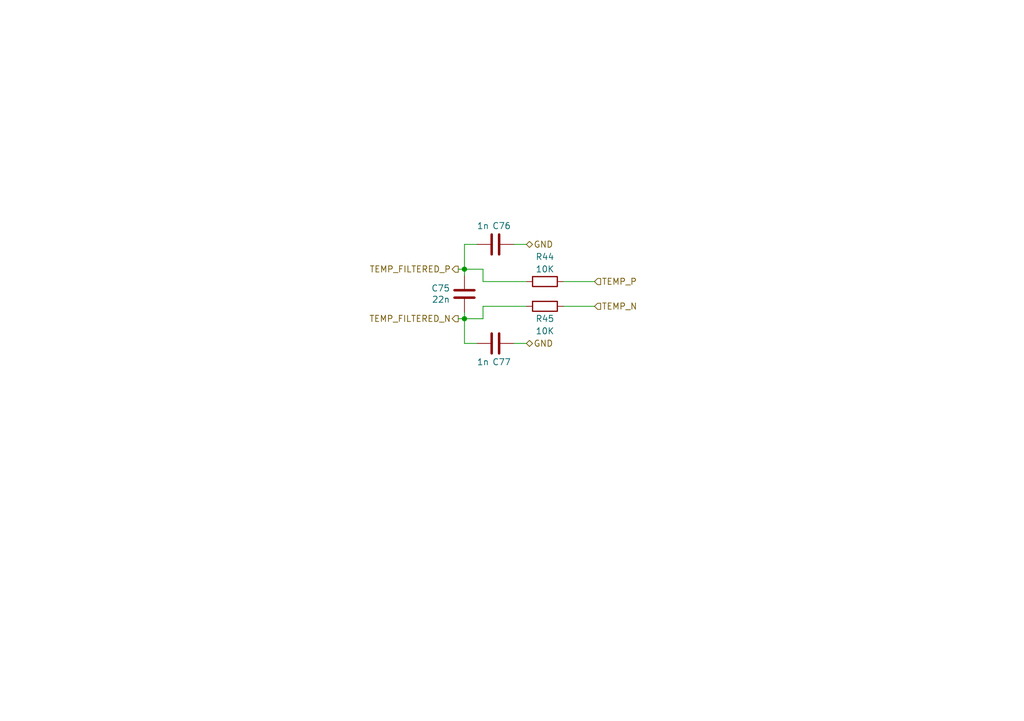
<source format=kicad_sch>
(kicad_sch (version 20211123) (generator eeschema)
  (paper "A5")
  (lib_symbols
    (symbol "Device:C" (pin_numbers hide) (pin_names (offset 0.254))
      (property "Reference" "C" (at 0.635 2.54 0))
      (property "Value" "C" (at 0.635 -2.54 0))
      (symbol "C_0_1"
        (polyline (pts (xy -2.032 -0.762) (xy 2.032 -0.762)) (stroke (width 0.508)))
        (polyline (pts (xy -2.032 0.762) (xy 2.032 0.762)) (stroke (width 0.508)))
      )
      (symbol "C_1_1"
        (pin passive line (at 0 3.81 270) (length 2.794) (name "~") (number "1"))
        (pin passive line (at 0 -3.81 90) (length 2.794) (name "~") (number "2"))
      )
    )
    (symbol "Device:R" (pin_numbers hide) (pin_names (offset 0))
      (property "Reference" "R" (at 2.032 0 90))
      (property "Value" "R" (at 0 0 90))
      (symbol "R_0_1"
        (rectangle (start -1.016 -2.54) (end 1.016 2.54) (stroke (width 0.254)))
      )
      (symbol "R_1_1"
        (pin passive line (at 0 3.81 270) (length 1.27) (name "~") (number "1"))
        (pin passive line (at 0 -3.81 90) (length 1.27) (name "~") (number "2"))
      )
    )
  )
  (junction (at 95.25 65.405))
  (junction (at 95.25 55.245))
  (wire (pts (xy 95.25 65.405) (xy 95.25 64.135)))
  (wire (pts (xy 97.79 70.485) (xy 95.25 70.485)))
  (wire (pts (xy 121.92 62.865) (xy 115.57 62.865)))
  (wire (pts (xy 107.95 62.865) (xy 99.06 62.865)))
  (wire (pts (xy 107.95 50.165) (xy 105.41 50.165)))
  (wire (pts (xy 95.25 70.485) (xy 95.25 65.405)))
  (wire (pts (xy 95.25 55.245) (xy 93.98 55.245)))
  (wire (pts (xy 107.95 57.785) (xy 99.06 57.785)))
  (wire (pts (xy 99.06 65.405) (xy 95.25 65.405)))
  (wire (pts (xy 99.06 55.245) (xy 95.25 55.245)))
  (wire (pts (xy 97.79 50.165) (xy 95.25 50.165)))
  (wire (pts (xy 121.92 57.785) (xy 115.57 57.785)))
  (wire (pts (xy 99.06 62.865) (xy 99.06 65.405)))
  (wire (pts (xy 99.06 57.785) (xy 99.06 55.245)))
  (wire (pts (xy 95.25 65.405) (xy 93.98 65.405)))
  (wire (pts (xy 107.95 70.485) (xy 105.41 70.485)))
  (wire (pts (xy 95.25 50.165) (xy 95.25 55.245)))
  (wire (pts (xy 95.25 55.245) (xy 95.25 56.515)))
  (hierarchical_label "TEMP_FILTERED_P" (shape output) (at 93.98 55.245 180))
  (hierarchical_label "TEMP_N" (shape input) (at 121.92 62.865 0))
  (hierarchical_label "GND" (shape bidirectional) (at 107.95 50.165 0))
  (hierarchical_label "TEMP_P" (shape input) (at 121.92 57.785 0))
  (hierarchical_label "GND" (shape bidirectional) (at 107.95 70.485 0))
  (hierarchical_label "TEMP_FILTERED_N" (shape output) (at 93.98 65.405 180))
  (symbol (lib_id "Device:R") (at 111.76 57.785 90) (mirror x) (unit 1)
    (property "Reference" "R44" (at 111.76 52.705 90))
    (property "Value" "10K" (at 111.76 55.245 90))
    (property "Footprint" "Resistor_SMD:R_0603_1608Metric" (effects hide))
    (property "jlc" "C25804" (effects hide))
    (property "Manufacturer_Part_Number" "0603WAF1002T5E" (effects hide))
  )
  (symbol (lib_id "Device:R") (at 111.76 62.865 90) (mirror x) (unit 1)
    (property "Reference" "R45" (at 111.76 65.405 90))
    (property "Value" "10K" (at 111.76 67.945 90))
    (property "Footprint" "Resistor_SMD:R_0603_1608Metric" (effects hide))
    (property "jlc" "C25804" (effects hide))
    (property "Manufacturer_Part_Number" "0603WAF1002T5E" (effects hide))
  )
  (symbol (lib_id "Device:C") (at 95.25 60.325 0) (mirror y) (unit 1)
    (property "Reference" "C75" (at 92.329 59.1566 0) (effects (justify left)))
    (property "Value" "22n" (at 92.329 61.468 0) (effects (justify left)))
    (property "Footprint" "Capacitor_SMD:C_0603_1608Metric" (effects hide))
    (property "jlc" "C21122" (effects hide))
    (property "Manufacturer_Part_Number" "CL10B223KB8NNNC" (effects hide))
  )
  (symbol (lib_id "Device:C") (at 101.6 50.165 90) (mirror x) (unit 1)
    (property "Reference" "C76" (at 102.87 46.355 90))
    (property "Value" "1n" (at 99.06 46.355 90))
    (property "Footprint" "Capacitor_SMD:C_0603_1608Metric" (effects hide))
    (property "jlc" "C1588" (effects hide))
    (property "Manufacturer_Part_Number" "CL10B102KB8NNNC" (effects hide))
  )
  (symbol (lib_id "Device:C") (at 101.6 70.485 90) (mirror x) (unit 1)
    (property "Reference" "C77" (at 102.87 74.295 90))
    (property "Value" "1n" (at 99.06 74.295 90))
    (property "Footprint" "Capacitor_SMD:C_0603_1608Metric" (effects hide))
    (property "jlc" "C1588" (effects hide))
    (property "Manufacturer_Part_Number" "CL10B102KB8NNNC" (effects hide))
  )
)
</source>
